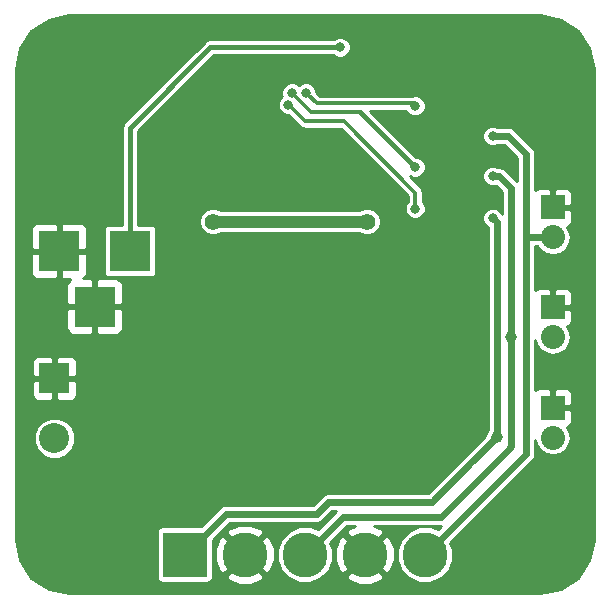
<source format=gbl>
G04 #@! TF.FileFunction,Copper,L2,Bot,Signal*
%FSLAX46Y46*%
G04 Gerber Fmt 4.6, Leading zero omitted, Abs format (unit mm)*
G04 Created by KiCad (PCBNEW 4.0.2+dfsg1-stable) date gio 28 lug 2016 18:48:22 CEST*
%MOMM*%
G01*
G04 APERTURE LIST*
%ADD10C,0.100000*%
%ADD11R,3.500120X3.500120*%
%ADD12C,3.810000*%
%ADD13R,3.810000X3.810000*%
%ADD14R,2.540000X2.540000*%
%ADD15C,2.540000*%
%ADD16R,2.032000X2.032000*%
%ADD17O,2.032000X2.032000*%
%ADD18C,6.400000*%
%ADD19C,1.400000*%
%ADD20C,0.700000*%
%ADD21C,0.800000*%
%ADD22C,1.000000*%
%ADD23C,1.000000*%
%ADD24C,0.350000*%
%ADD25C,0.600000*%
%ADD26C,0.250000*%
%ADD27C,0.400000*%
%ADD28C,0.500000*%
%ADD29C,0.254000*%
G04 APERTURE END LIST*
D10*
D11*
X114200140Y-100500000D03*
X108200660Y-100500000D03*
X111200400Y-105199000D03*
D12*
X123920000Y-126200000D03*
X129000000Y-126200000D03*
D13*
X118840000Y-126200000D03*
D12*
X134080000Y-126200000D03*
X139160000Y-126200000D03*
D14*
X107800000Y-111260000D03*
D15*
X107800000Y-116340000D03*
D16*
X150000000Y-105250000D03*
D17*
X150000000Y-107790000D03*
D16*
X150000000Y-113750000D03*
D17*
X150000000Y-116290000D03*
D16*
X150000000Y-96800000D03*
D17*
X150000000Y-99340000D03*
D18*
X109000000Y-85000000D03*
X109000000Y-125000000D03*
X149000000Y-125000000D03*
X149000000Y-85000000D03*
D19*
X134250000Y-98000000D03*
X121250000Y-98000000D03*
D20*
X130100000Y-93900000D03*
X129000000Y-92200000D03*
X129000000Y-93800000D03*
X128200000Y-93000000D03*
X129800000Y-93000000D03*
X127900000Y-92100000D03*
X127900000Y-93900000D03*
X129000000Y-93000000D03*
X130100000Y-92100000D03*
D21*
X144900000Y-94150000D03*
D22*
X146450000Y-107800000D03*
D21*
X127900000Y-87100000D03*
X138350000Y-93400000D03*
X144900000Y-97700000D03*
D22*
X145250000Y-116250000D03*
D21*
X138350000Y-96900000D03*
X127600000Y-88100000D03*
X144900000Y-90750000D03*
X138350000Y-88200000D03*
X129100000Y-87100000D03*
X132000000Y-83250000D03*
D23*
X121250000Y-98000000D02*
X134250000Y-98000000D01*
D24*
X129000000Y-93000000D02*
X129900000Y-93900000D01*
X129900000Y-93900000D02*
X130100000Y-93900000D01*
X129000000Y-93000000D02*
X129000000Y-92200000D01*
X129000000Y-93000000D02*
X129000000Y-93800000D01*
X129000000Y-93000000D02*
X128200000Y-93000000D01*
X129000000Y-93000000D02*
X129800000Y-93000000D01*
X129000000Y-93000000D02*
X128100000Y-92100000D01*
X128100000Y-92100000D02*
X127900000Y-92100000D01*
X129000000Y-93000000D02*
X128100000Y-93900000D01*
X128100000Y-93900000D02*
X127900000Y-93900000D01*
X129000000Y-93000000D02*
X129900000Y-92100000D01*
X129900000Y-92100000D02*
X130100000Y-92100000D01*
D25*
X146500000Y-95200000D02*
X145450000Y-94150000D01*
X146500000Y-97500000D02*
X146500000Y-96800000D01*
X146500000Y-107800000D02*
X146500000Y-97500000D01*
X146500000Y-96800000D02*
X146500000Y-95200000D01*
X145450000Y-94150000D02*
X144900000Y-94150000D01*
X146450000Y-107800000D02*
X146500000Y-107800000D01*
X146500000Y-107800000D02*
X146450000Y-107800000D01*
X146450000Y-107800000D02*
X146500000Y-107800000D01*
X146500000Y-110600000D02*
X146500000Y-107800000D01*
X146500000Y-117000000D02*
X146500000Y-110600000D01*
X129000000Y-126250000D02*
X132250000Y-123000000D01*
X132250000Y-123000000D02*
X139750000Y-123000000D01*
X139750000Y-123000000D02*
X140500000Y-123000000D01*
X140500000Y-123000000D02*
X146250000Y-117250000D01*
X146250000Y-117250000D02*
X146500000Y-117000000D01*
D26*
X129000000Y-126250000D02*
X129000000Y-125250000D01*
D27*
X133700000Y-88750000D02*
X138350000Y-93400000D01*
D24*
X132250000Y-88750000D02*
X133700000Y-88750000D01*
X129550000Y-88750000D02*
X132250000Y-88750000D01*
X127900000Y-87100000D02*
X129550000Y-88750000D01*
D25*
X145250000Y-99150000D02*
X145250000Y-98050000D01*
X145250000Y-101750000D02*
X145250000Y-99150000D01*
X145250000Y-113000000D02*
X145250000Y-101750000D01*
X145250000Y-116250000D02*
X145250000Y-113000000D01*
X145250000Y-98050000D02*
X144900000Y-97700000D01*
D26*
X149870000Y-115540000D02*
X150000000Y-115540000D01*
D25*
X118840000Y-126250000D02*
X122340000Y-122750000D01*
X143100000Y-118400000D02*
X145250000Y-116250000D01*
X122340000Y-122750000D02*
X130000000Y-122750000D01*
X130000000Y-122750000D02*
X131000000Y-121750000D01*
X131000000Y-121750000D02*
X139750000Y-121750000D01*
X139750000Y-121750000D02*
X143100000Y-118400000D01*
D24*
X132300000Y-89500000D02*
X138350000Y-95550000D01*
X129050000Y-89500000D02*
X131750000Y-89500000D01*
X127650000Y-88100000D02*
X129050000Y-89500000D01*
X131750000Y-89500000D02*
X132300000Y-89500000D01*
X138350000Y-95550000D02*
X138350000Y-96900000D01*
X127600000Y-88100000D02*
X127650000Y-88100000D01*
D25*
X147750000Y-92300000D02*
X146200000Y-90750000D01*
X147750000Y-95150000D02*
X147750000Y-92300000D01*
X146200000Y-90750000D02*
X144900000Y-90750000D01*
X147750000Y-95100000D02*
X147750000Y-95150000D01*
X147750000Y-95150000D02*
X147750000Y-99300000D01*
X147750000Y-99300000D02*
X149960000Y-99300000D01*
D28*
X149960000Y-99300000D02*
X150000000Y-99340000D01*
D25*
X147750000Y-99300000D02*
X147750000Y-117660000D01*
X147750000Y-117660000D02*
X139160000Y-126250000D01*
D24*
X137600000Y-88000000D02*
X138150000Y-88000000D01*
X130000000Y-88000000D02*
X133000000Y-88000000D01*
X129250000Y-87250000D02*
X130000000Y-88000000D01*
X137600000Y-88000000D02*
X133000000Y-88000000D01*
X138150000Y-88000000D02*
X138350000Y-88200000D01*
X129250000Y-87250000D02*
X129100000Y-87100000D01*
D27*
X132000000Y-83250000D02*
X121000000Y-83250000D01*
X121000000Y-83250000D02*
X114200140Y-90049860D01*
X114200140Y-90049860D02*
X114200140Y-100500000D01*
D29*
G36*
X150698037Y-80900574D02*
X152137563Y-81862435D01*
X153099426Y-83301963D01*
X153448000Y-85054365D01*
X153448000Y-124945635D01*
X153099426Y-126698037D01*
X152137563Y-128137565D01*
X150698037Y-129099426D01*
X148945635Y-129448000D01*
X109054365Y-129448000D01*
X107301963Y-129099426D01*
X105862435Y-128137563D01*
X104900574Y-126698037D01*
X104552000Y-124945635D01*
X104552000Y-124295000D01*
X116448656Y-124295000D01*
X116448656Y-128105000D01*
X116481917Y-128281765D01*
X116586385Y-128444113D01*
X116745785Y-128553027D01*
X116935000Y-128591344D01*
X120745000Y-128591344D01*
X120921765Y-128558083D01*
X121084113Y-128453615D01*
X121193027Y-128294215D01*
X121231344Y-128105000D01*
X121231344Y-128006440D01*
X122293165Y-128006440D01*
X122502353Y-128367289D01*
X123439650Y-128744824D01*
X124450077Y-128734933D01*
X125337647Y-128367289D01*
X125546835Y-128006440D01*
X123920000Y-126379605D01*
X122293165Y-128006440D01*
X121231344Y-128006440D01*
X121231344Y-125719650D01*
X121375176Y-125719650D01*
X121385067Y-126730077D01*
X121752711Y-127617647D01*
X122113560Y-127826835D01*
X123740395Y-126200000D01*
X124099605Y-126200000D01*
X125726440Y-127826835D01*
X126087289Y-127617647D01*
X126464824Y-126680350D01*
X126454933Y-125669923D01*
X126087289Y-124782353D01*
X125726440Y-124573165D01*
X124099605Y-126200000D01*
X123740395Y-126200000D01*
X122113560Y-124573165D01*
X121752711Y-124782353D01*
X121375176Y-125719650D01*
X121231344Y-125719650D01*
X121231344Y-124957500D01*
X121795284Y-124393560D01*
X122293165Y-124393560D01*
X123920000Y-126020395D01*
X125546835Y-124393560D01*
X125337647Y-124032711D01*
X124400350Y-123655176D01*
X123389923Y-123665067D01*
X122502353Y-124032711D01*
X122293165Y-124393560D01*
X121795284Y-124393560D01*
X122661844Y-123527000D01*
X130000000Y-123527000D01*
X130297345Y-123467854D01*
X130549422Y-123299422D01*
X131321844Y-122527000D01*
X131624156Y-122527000D01*
X130081337Y-124069819D01*
X129475888Y-123818415D01*
X128528270Y-123817588D01*
X127652468Y-124179461D01*
X126981816Y-124848944D01*
X126618415Y-125724112D01*
X126617588Y-126671730D01*
X126979461Y-127547532D01*
X127648944Y-128218184D01*
X128524112Y-128581585D01*
X129471730Y-128582412D01*
X130347532Y-128220539D01*
X130562004Y-128006440D01*
X132453165Y-128006440D01*
X132662353Y-128367289D01*
X133599650Y-128744824D01*
X134610077Y-128734933D01*
X135497647Y-128367289D01*
X135706835Y-128006440D01*
X134080000Y-126379605D01*
X132453165Y-128006440D01*
X130562004Y-128006440D01*
X131018184Y-127551056D01*
X131381585Y-126675888D01*
X131382412Y-125728270D01*
X131378851Y-125719650D01*
X131535176Y-125719650D01*
X131545067Y-126730077D01*
X131912711Y-127617647D01*
X132273560Y-127826835D01*
X133900395Y-126200000D01*
X134259605Y-126200000D01*
X135886440Y-127826835D01*
X136247289Y-127617647D01*
X136624824Y-126680350D01*
X136614933Y-125669923D01*
X136247289Y-124782353D01*
X135886440Y-124573165D01*
X134259605Y-126200000D01*
X133900395Y-126200000D01*
X132273560Y-124573165D01*
X131912711Y-124782353D01*
X131535176Y-125719650D01*
X131378851Y-125719650D01*
X131159665Y-125189179D01*
X132571844Y-123777000D01*
X133279693Y-123777000D01*
X132662353Y-124032711D01*
X132453165Y-124393560D01*
X134080000Y-126020395D01*
X135706835Y-124393560D01*
X135497647Y-124032711D01*
X134862799Y-123777000D01*
X140500000Y-123777000D01*
X140542637Y-123768519D01*
X140241337Y-124069819D01*
X139635888Y-123818415D01*
X138688270Y-123817588D01*
X137812468Y-124179461D01*
X137141816Y-124848944D01*
X136778415Y-125724112D01*
X136777588Y-126671730D01*
X137139461Y-127547532D01*
X137808944Y-128218184D01*
X138684112Y-128581585D01*
X139631730Y-128582412D01*
X140507532Y-128220539D01*
X141178184Y-127551056D01*
X141541585Y-126675888D01*
X141542412Y-125728270D01*
X141319665Y-125189179D01*
X148299422Y-118209422D01*
X148467854Y-117957345D01*
X148527000Y-117660000D01*
X148527000Y-116537596D01*
X148591398Y-116861346D01*
X148915040Y-117345710D01*
X149399404Y-117669352D01*
X149970750Y-117783000D01*
X150029250Y-117783000D01*
X150600596Y-117669352D01*
X151084960Y-117345710D01*
X151408602Y-116861346D01*
X151522250Y-116290000D01*
X151408602Y-115718654D01*
X151184637Y-115383467D01*
X151375698Y-115304327D01*
X151554327Y-115125699D01*
X151651000Y-114892310D01*
X151651000Y-114035750D01*
X151492250Y-113877000D01*
X150127000Y-113877000D01*
X150127000Y-113897000D01*
X149873000Y-113897000D01*
X149873000Y-113877000D01*
X149853000Y-113877000D01*
X149853000Y-113623000D01*
X149873000Y-113623000D01*
X149873000Y-112257750D01*
X150127000Y-112257750D01*
X150127000Y-113623000D01*
X151492250Y-113623000D01*
X151651000Y-113464250D01*
X151651000Y-112607690D01*
X151554327Y-112374301D01*
X151375698Y-112195673D01*
X151142309Y-112099000D01*
X150285750Y-112099000D01*
X150127000Y-112257750D01*
X149873000Y-112257750D01*
X149714250Y-112099000D01*
X148857691Y-112099000D01*
X148624302Y-112195673D01*
X148527000Y-112292974D01*
X148527000Y-108037596D01*
X148591398Y-108361346D01*
X148915040Y-108845710D01*
X149399404Y-109169352D01*
X149970750Y-109283000D01*
X150029250Y-109283000D01*
X150600596Y-109169352D01*
X151084960Y-108845710D01*
X151408602Y-108361346D01*
X151522250Y-107790000D01*
X151408602Y-107218654D01*
X151184637Y-106883467D01*
X151375698Y-106804327D01*
X151554327Y-106625699D01*
X151651000Y-106392310D01*
X151651000Y-105535750D01*
X151492250Y-105377000D01*
X150127000Y-105377000D01*
X150127000Y-105397000D01*
X149873000Y-105397000D01*
X149873000Y-105377000D01*
X149853000Y-105377000D01*
X149853000Y-105123000D01*
X149873000Y-105123000D01*
X149873000Y-103757750D01*
X150127000Y-103757750D01*
X150127000Y-105123000D01*
X151492250Y-105123000D01*
X151651000Y-104964250D01*
X151651000Y-104107690D01*
X151554327Y-103874301D01*
X151375698Y-103695673D01*
X151142309Y-103599000D01*
X150285750Y-103599000D01*
X150127000Y-103757750D01*
X149873000Y-103757750D01*
X149714250Y-103599000D01*
X148857691Y-103599000D01*
X148624302Y-103695673D01*
X148527000Y-103792974D01*
X148527000Y-100077000D01*
X148702085Y-100077000D01*
X148915040Y-100395710D01*
X149399404Y-100719352D01*
X149970750Y-100833000D01*
X150029250Y-100833000D01*
X150600596Y-100719352D01*
X151084960Y-100395710D01*
X151408602Y-99911346D01*
X151522250Y-99340000D01*
X151408602Y-98768654D01*
X151184637Y-98433467D01*
X151375698Y-98354327D01*
X151554327Y-98175699D01*
X151651000Y-97942310D01*
X151651000Y-97085750D01*
X151492250Y-96927000D01*
X150127000Y-96927000D01*
X150127000Y-96947000D01*
X149873000Y-96947000D01*
X149873000Y-96927000D01*
X149853000Y-96927000D01*
X149853000Y-96673000D01*
X149873000Y-96673000D01*
X149873000Y-95307750D01*
X150127000Y-95307750D01*
X150127000Y-96673000D01*
X151492250Y-96673000D01*
X151651000Y-96514250D01*
X151651000Y-95657690D01*
X151554327Y-95424301D01*
X151375698Y-95245673D01*
X151142309Y-95149000D01*
X150285750Y-95149000D01*
X150127000Y-95307750D01*
X149873000Y-95307750D01*
X149714250Y-95149000D01*
X148857691Y-95149000D01*
X148624302Y-95245673D01*
X148527000Y-95342974D01*
X148527000Y-92300000D01*
X148467854Y-92002655D01*
X148299422Y-91750578D01*
X146749422Y-90200578D01*
X146497345Y-90032146D01*
X146200000Y-89973000D01*
X145315670Y-89973000D01*
X145075211Y-89873153D01*
X144726319Y-89872849D01*
X144403869Y-90006082D01*
X144156949Y-90252571D01*
X144023153Y-90574789D01*
X144022849Y-90923681D01*
X144156082Y-91246131D01*
X144402571Y-91493051D01*
X144724789Y-91626847D01*
X145073681Y-91627151D01*
X145316066Y-91527000D01*
X145878156Y-91527000D01*
X146973000Y-92621844D01*
X146973000Y-94574156D01*
X145999422Y-93600578D01*
X145747345Y-93432146D01*
X145450000Y-93373000D01*
X145315670Y-93373000D01*
X145075211Y-93273153D01*
X144726319Y-93272849D01*
X144403869Y-93406082D01*
X144156949Y-93652571D01*
X144023153Y-93974789D01*
X144022849Y-94323681D01*
X144156082Y-94646131D01*
X144402571Y-94893051D01*
X144724789Y-95026847D01*
X145073681Y-95027151D01*
X145183097Y-94981941D01*
X145723000Y-95521844D01*
X145723000Y-97395263D01*
X145643918Y-97203869D01*
X145397429Y-96956949D01*
X145075211Y-96823153D01*
X144726319Y-96822849D01*
X144403869Y-96956082D01*
X144156949Y-97202571D01*
X144023153Y-97524789D01*
X144022849Y-97873681D01*
X144156082Y-98196131D01*
X144402571Y-98443051D01*
X144473000Y-98472296D01*
X144473000Y-115645162D01*
X144422222Y-115695851D01*
X144273170Y-116054810D01*
X144273106Y-116128050D01*
X139428156Y-120973000D01*
X131000000Y-120973000D01*
X130702655Y-121032146D01*
X130450578Y-121200578D01*
X129678156Y-121973000D01*
X122340000Y-121973000D01*
X122042655Y-122032146D01*
X121790578Y-122200578D01*
X120182500Y-123808656D01*
X116935000Y-123808656D01*
X116758235Y-123841917D01*
X116595887Y-123946385D01*
X116486973Y-124105785D01*
X116448656Y-124295000D01*
X104552000Y-124295000D01*
X104552000Y-116685975D01*
X106052697Y-116685975D01*
X106318102Y-117328303D01*
X106809112Y-117820171D01*
X107450976Y-118086696D01*
X108145975Y-118087303D01*
X108788303Y-117821898D01*
X109280171Y-117330888D01*
X109546696Y-116689024D01*
X109547303Y-115994025D01*
X109281898Y-115351697D01*
X108790888Y-114859829D01*
X108149024Y-114593304D01*
X107454025Y-114592697D01*
X106811697Y-114858102D01*
X106319829Y-115349112D01*
X106053304Y-115990976D01*
X106052697Y-116685975D01*
X104552000Y-116685975D01*
X104552000Y-111545750D01*
X105895000Y-111545750D01*
X105895000Y-112656309D01*
X105991673Y-112889698D01*
X106170301Y-113068327D01*
X106403690Y-113165000D01*
X107514250Y-113165000D01*
X107673000Y-113006250D01*
X107673000Y-111387000D01*
X107927000Y-111387000D01*
X107927000Y-113006250D01*
X108085750Y-113165000D01*
X109196310Y-113165000D01*
X109429699Y-113068327D01*
X109608327Y-112889698D01*
X109705000Y-112656309D01*
X109705000Y-111545750D01*
X109546250Y-111387000D01*
X107927000Y-111387000D01*
X107673000Y-111387000D01*
X106053750Y-111387000D01*
X105895000Y-111545750D01*
X104552000Y-111545750D01*
X104552000Y-109863691D01*
X105895000Y-109863691D01*
X105895000Y-110974250D01*
X106053750Y-111133000D01*
X107673000Y-111133000D01*
X107673000Y-109513750D01*
X107927000Y-109513750D01*
X107927000Y-111133000D01*
X109546250Y-111133000D01*
X109705000Y-110974250D01*
X109705000Y-109863691D01*
X109608327Y-109630302D01*
X109429699Y-109451673D01*
X109196310Y-109355000D01*
X108085750Y-109355000D01*
X107927000Y-109513750D01*
X107673000Y-109513750D01*
X107514250Y-109355000D01*
X106403690Y-109355000D01*
X106170301Y-109451673D01*
X105991673Y-109630302D01*
X105895000Y-109863691D01*
X104552000Y-109863691D01*
X104552000Y-105484750D01*
X108815340Y-105484750D01*
X108815340Y-107075370D01*
X108912013Y-107308759D01*
X109090642Y-107487387D01*
X109324031Y-107584060D01*
X110914650Y-107584060D01*
X111073400Y-107425310D01*
X111073400Y-105326000D01*
X111327400Y-105326000D01*
X111327400Y-107425310D01*
X111486150Y-107584060D01*
X113076769Y-107584060D01*
X113310158Y-107487387D01*
X113488787Y-107308759D01*
X113585460Y-107075370D01*
X113585460Y-105484750D01*
X113426710Y-105326000D01*
X111327400Y-105326000D01*
X111073400Y-105326000D01*
X108974090Y-105326000D01*
X108815340Y-105484750D01*
X104552000Y-105484750D01*
X104552000Y-100785750D01*
X105815600Y-100785750D01*
X105815600Y-102376370D01*
X105912273Y-102609759D01*
X106090902Y-102788387D01*
X106324291Y-102885060D01*
X107914910Y-102885060D01*
X108073660Y-102726310D01*
X108073660Y-100627000D01*
X108327660Y-100627000D01*
X108327660Y-102726310D01*
X108486410Y-102885060D01*
X109152332Y-102885060D01*
X109090642Y-102910613D01*
X108912013Y-103089241D01*
X108815340Y-103322630D01*
X108815340Y-104913250D01*
X108974090Y-105072000D01*
X111073400Y-105072000D01*
X111073400Y-102972690D01*
X111327400Y-102972690D01*
X111327400Y-105072000D01*
X113426710Y-105072000D01*
X113585460Y-104913250D01*
X113585460Y-103322630D01*
X113488787Y-103089241D01*
X113310158Y-102910613D01*
X113076769Y-102813940D01*
X111486150Y-102813940D01*
X111327400Y-102972690D01*
X111073400Y-102972690D01*
X110914650Y-102813940D01*
X110248728Y-102813940D01*
X110310418Y-102788387D01*
X110489047Y-102609759D01*
X110585720Y-102376370D01*
X110585720Y-100785750D01*
X110426970Y-100627000D01*
X108327660Y-100627000D01*
X108073660Y-100627000D01*
X105974350Y-100627000D01*
X105815600Y-100785750D01*
X104552000Y-100785750D01*
X104552000Y-98623630D01*
X105815600Y-98623630D01*
X105815600Y-100214250D01*
X105974350Y-100373000D01*
X108073660Y-100373000D01*
X108073660Y-98273690D01*
X108327660Y-98273690D01*
X108327660Y-100373000D01*
X110426970Y-100373000D01*
X110585720Y-100214250D01*
X110585720Y-98749940D01*
X111963736Y-98749940D01*
X111963736Y-102250060D01*
X111996997Y-102426825D01*
X112101465Y-102589173D01*
X112260865Y-102698087D01*
X112450080Y-102736404D01*
X115950200Y-102736404D01*
X116126965Y-102703143D01*
X116289313Y-102598675D01*
X116398227Y-102439275D01*
X116436544Y-102250060D01*
X116436544Y-98749940D01*
X116403283Y-98573175D01*
X116298815Y-98410827D01*
X116139415Y-98301913D01*
X115950200Y-98263596D01*
X114877140Y-98263596D01*
X114877140Y-98233093D01*
X120072796Y-98233093D01*
X120251606Y-98665846D01*
X120582412Y-98997230D01*
X121014853Y-99176795D01*
X121483093Y-99177204D01*
X121915846Y-98998394D01*
X121937277Y-98977000D01*
X133562217Y-98977000D01*
X133582412Y-98997230D01*
X134014853Y-99176795D01*
X134483093Y-99177204D01*
X134915846Y-98998394D01*
X135247230Y-98667588D01*
X135426795Y-98235147D01*
X135427204Y-97766907D01*
X135248394Y-97334154D01*
X134917588Y-97002770D01*
X134485147Y-96823205D01*
X134016907Y-96822796D01*
X133584154Y-97001606D01*
X133562723Y-97023000D01*
X121937783Y-97023000D01*
X121917588Y-97002770D01*
X121485147Y-96823205D01*
X121016907Y-96822796D01*
X120584154Y-97001606D01*
X120252770Y-97332412D01*
X120073205Y-97764853D01*
X120072796Y-98233093D01*
X114877140Y-98233093D01*
X114877140Y-90330282D01*
X116933741Y-88273681D01*
X126722849Y-88273681D01*
X126856082Y-88596131D01*
X127102571Y-88843051D01*
X127424789Y-88976847D01*
X127604936Y-88977004D01*
X128588966Y-89961034D01*
X128800490Y-90102369D01*
X128841887Y-90110604D01*
X129050000Y-90152001D01*
X129050005Y-90152000D01*
X132029932Y-90152000D01*
X137698000Y-95820068D01*
X137698000Y-96311679D01*
X137606949Y-96402571D01*
X137473153Y-96724789D01*
X137472849Y-97073681D01*
X137606082Y-97396131D01*
X137852571Y-97643051D01*
X138174789Y-97776847D01*
X138523681Y-97777151D01*
X138846131Y-97643918D01*
X139093051Y-97397429D01*
X139226847Y-97075211D01*
X139227151Y-96726319D01*
X139093918Y-96403869D01*
X139002000Y-96311790D01*
X139002000Y-95550000D01*
X138952369Y-95300490D01*
X138811034Y-95088966D01*
X137874029Y-94151961D01*
X138174789Y-94276847D01*
X138523681Y-94277151D01*
X138846131Y-94143918D01*
X139093051Y-93897429D01*
X139226847Y-93575211D01*
X139227151Y-93226319D01*
X139093918Y-92903869D01*
X138847429Y-92656949D01*
X138525211Y-92523153D01*
X138430492Y-92523070D01*
X134559422Y-88652000D01*
X137587848Y-88652000D01*
X137606082Y-88696131D01*
X137852571Y-88943051D01*
X138174789Y-89076847D01*
X138523681Y-89077151D01*
X138846131Y-88943918D01*
X139093051Y-88697429D01*
X139226847Y-88375211D01*
X139227151Y-88026319D01*
X139093918Y-87703869D01*
X138847429Y-87456949D01*
X138525211Y-87323153D01*
X138176319Y-87322849D01*
X138115449Y-87348000D01*
X130270067Y-87348000D01*
X129977039Y-87054971D01*
X129977151Y-86926319D01*
X129843918Y-86603869D01*
X129597429Y-86356949D01*
X129275211Y-86223153D01*
X128926319Y-86222849D01*
X128603869Y-86356082D01*
X128500035Y-86459735D01*
X128397429Y-86356949D01*
X128075211Y-86223153D01*
X127726319Y-86222849D01*
X127403869Y-86356082D01*
X127156949Y-86602571D01*
X127023153Y-86924789D01*
X127022849Y-87273681D01*
X127070613Y-87389280D01*
X126856949Y-87602571D01*
X126723153Y-87924789D01*
X126722849Y-88273681D01*
X116933741Y-88273681D01*
X121280422Y-83927000D01*
X131436635Y-83927000D01*
X131502571Y-83993051D01*
X131824789Y-84126847D01*
X132173681Y-84127151D01*
X132496131Y-83993918D01*
X132743051Y-83747429D01*
X132876847Y-83425211D01*
X132877151Y-83076319D01*
X132743918Y-82753869D01*
X132497429Y-82506949D01*
X132175211Y-82373153D01*
X131826319Y-82372849D01*
X131503869Y-82506082D01*
X131436834Y-82573000D01*
X121000000Y-82573000D01*
X120740923Y-82624534D01*
X120547360Y-82753869D01*
X120521289Y-82771289D01*
X113721429Y-89571149D01*
X113574674Y-89790783D01*
X113523140Y-90049860D01*
X113523140Y-98263596D01*
X112450080Y-98263596D01*
X112273315Y-98296857D01*
X112110967Y-98401325D01*
X112002053Y-98560725D01*
X111963736Y-98749940D01*
X110585720Y-98749940D01*
X110585720Y-98623630D01*
X110489047Y-98390241D01*
X110310418Y-98211613D01*
X110077029Y-98114940D01*
X108486410Y-98114940D01*
X108327660Y-98273690D01*
X108073660Y-98273690D01*
X107914910Y-98114940D01*
X106324291Y-98114940D01*
X106090902Y-98211613D01*
X105912273Y-98390241D01*
X105815600Y-98623630D01*
X104552000Y-98623630D01*
X104552000Y-85054365D01*
X104900574Y-83301963D01*
X105862435Y-81862437D01*
X107301963Y-80900574D01*
X109054365Y-80552000D01*
X148945635Y-80552000D01*
X150698037Y-80900574D01*
X150698037Y-80900574D01*
G37*
X150698037Y-80900574D02*
X152137563Y-81862435D01*
X153099426Y-83301963D01*
X153448000Y-85054365D01*
X153448000Y-124945635D01*
X153099426Y-126698037D01*
X152137563Y-128137565D01*
X150698037Y-129099426D01*
X148945635Y-129448000D01*
X109054365Y-129448000D01*
X107301963Y-129099426D01*
X105862435Y-128137563D01*
X104900574Y-126698037D01*
X104552000Y-124945635D01*
X104552000Y-124295000D01*
X116448656Y-124295000D01*
X116448656Y-128105000D01*
X116481917Y-128281765D01*
X116586385Y-128444113D01*
X116745785Y-128553027D01*
X116935000Y-128591344D01*
X120745000Y-128591344D01*
X120921765Y-128558083D01*
X121084113Y-128453615D01*
X121193027Y-128294215D01*
X121231344Y-128105000D01*
X121231344Y-128006440D01*
X122293165Y-128006440D01*
X122502353Y-128367289D01*
X123439650Y-128744824D01*
X124450077Y-128734933D01*
X125337647Y-128367289D01*
X125546835Y-128006440D01*
X123920000Y-126379605D01*
X122293165Y-128006440D01*
X121231344Y-128006440D01*
X121231344Y-125719650D01*
X121375176Y-125719650D01*
X121385067Y-126730077D01*
X121752711Y-127617647D01*
X122113560Y-127826835D01*
X123740395Y-126200000D01*
X124099605Y-126200000D01*
X125726440Y-127826835D01*
X126087289Y-127617647D01*
X126464824Y-126680350D01*
X126454933Y-125669923D01*
X126087289Y-124782353D01*
X125726440Y-124573165D01*
X124099605Y-126200000D01*
X123740395Y-126200000D01*
X122113560Y-124573165D01*
X121752711Y-124782353D01*
X121375176Y-125719650D01*
X121231344Y-125719650D01*
X121231344Y-124957500D01*
X121795284Y-124393560D01*
X122293165Y-124393560D01*
X123920000Y-126020395D01*
X125546835Y-124393560D01*
X125337647Y-124032711D01*
X124400350Y-123655176D01*
X123389923Y-123665067D01*
X122502353Y-124032711D01*
X122293165Y-124393560D01*
X121795284Y-124393560D01*
X122661844Y-123527000D01*
X130000000Y-123527000D01*
X130297345Y-123467854D01*
X130549422Y-123299422D01*
X131321844Y-122527000D01*
X131624156Y-122527000D01*
X130081337Y-124069819D01*
X129475888Y-123818415D01*
X128528270Y-123817588D01*
X127652468Y-124179461D01*
X126981816Y-124848944D01*
X126618415Y-125724112D01*
X126617588Y-126671730D01*
X126979461Y-127547532D01*
X127648944Y-128218184D01*
X128524112Y-128581585D01*
X129471730Y-128582412D01*
X130347532Y-128220539D01*
X130562004Y-128006440D01*
X132453165Y-128006440D01*
X132662353Y-128367289D01*
X133599650Y-128744824D01*
X134610077Y-128734933D01*
X135497647Y-128367289D01*
X135706835Y-128006440D01*
X134080000Y-126379605D01*
X132453165Y-128006440D01*
X130562004Y-128006440D01*
X131018184Y-127551056D01*
X131381585Y-126675888D01*
X131382412Y-125728270D01*
X131378851Y-125719650D01*
X131535176Y-125719650D01*
X131545067Y-126730077D01*
X131912711Y-127617647D01*
X132273560Y-127826835D01*
X133900395Y-126200000D01*
X134259605Y-126200000D01*
X135886440Y-127826835D01*
X136247289Y-127617647D01*
X136624824Y-126680350D01*
X136614933Y-125669923D01*
X136247289Y-124782353D01*
X135886440Y-124573165D01*
X134259605Y-126200000D01*
X133900395Y-126200000D01*
X132273560Y-124573165D01*
X131912711Y-124782353D01*
X131535176Y-125719650D01*
X131378851Y-125719650D01*
X131159665Y-125189179D01*
X132571844Y-123777000D01*
X133279693Y-123777000D01*
X132662353Y-124032711D01*
X132453165Y-124393560D01*
X134080000Y-126020395D01*
X135706835Y-124393560D01*
X135497647Y-124032711D01*
X134862799Y-123777000D01*
X140500000Y-123777000D01*
X140542637Y-123768519D01*
X140241337Y-124069819D01*
X139635888Y-123818415D01*
X138688270Y-123817588D01*
X137812468Y-124179461D01*
X137141816Y-124848944D01*
X136778415Y-125724112D01*
X136777588Y-126671730D01*
X137139461Y-127547532D01*
X137808944Y-128218184D01*
X138684112Y-128581585D01*
X139631730Y-128582412D01*
X140507532Y-128220539D01*
X141178184Y-127551056D01*
X141541585Y-126675888D01*
X141542412Y-125728270D01*
X141319665Y-125189179D01*
X148299422Y-118209422D01*
X148467854Y-117957345D01*
X148527000Y-117660000D01*
X148527000Y-116537596D01*
X148591398Y-116861346D01*
X148915040Y-117345710D01*
X149399404Y-117669352D01*
X149970750Y-117783000D01*
X150029250Y-117783000D01*
X150600596Y-117669352D01*
X151084960Y-117345710D01*
X151408602Y-116861346D01*
X151522250Y-116290000D01*
X151408602Y-115718654D01*
X151184637Y-115383467D01*
X151375698Y-115304327D01*
X151554327Y-115125699D01*
X151651000Y-114892310D01*
X151651000Y-114035750D01*
X151492250Y-113877000D01*
X150127000Y-113877000D01*
X150127000Y-113897000D01*
X149873000Y-113897000D01*
X149873000Y-113877000D01*
X149853000Y-113877000D01*
X149853000Y-113623000D01*
X149873000Y-113623000D01*
X149873000Y-112257750D01*
X150127000Y-112257750D01*
X150127000Y-113623000D01*
X151492250Y-113623000D01*
X151651000Y-113464250D01*
X151651000Y-112607690D01*
X151554327Y-112374301D01*
X151375698Y-112195673D01*
X151142309Y-112099000D01*
X150285750Y-112099000D01*
X150127000Y-112257750D01*
X149873000Y-112257750D01*
X149714250Y-112099000D01*
X148857691Y-112099000D01*
X148624302Y-112195673D01*
X148527000Y-112292974D01*
X148527000Y-108037596D01*
X148591398Y-108361346D01*
X148915040Y-108845710D01*
X149399404Y-109169352D01*
X149970750Y-109283000D01*
X150029250Y-109283000D01*
X150600596Y-109169352D01*
X151084960Y-108845710D01*
X151408602Y-108361346D01*
X151522250Y-107790000D01*
X151408602Y-107218654D01*
X151184637Y-106883467D01*
X151375698Y-106804327D01*
X151554327Y-106625699D01*
X151651000Y-106392310D01*
X151651000Y-105535750D01*
X151492250Y-105377000D01*
X150127000Y-105377000D01*
X150127000Y-105397000D01*
X149873000Y-105397000D01*
X149873000Y-105377000D01*
X149853000Y-105377000D01*
X149853000Y-105123000D01*
X149873000Y-105123000D01*
X149873000Y-103757750D01*
X150127000Y-103757750D01*
X150127000Y-105123000D01*
X151492250Y-105123000D01*
X151651000Y-104964250D01*
X151651000Y-104107690D01*
X151554327Y-103874301D01*
X151375698Y-103695673D01*
X151142309Y-103599000D01*
X150285750Y-103599000D01*
X150127000Y-103757750D01*
X149873000Y-103757750D01*
X149714250Y-103599000D01*
X148857691Y-103599000D01*
X148624302Y-103695673D01*
X148527000Y-103792974D01*
X148527000Y-100077000D01*
X148702085Y-100077000D01*
X148915040Y-100395710D01*
X149399404Y-100719352D01*
X149970750Y-100833000D01*
X150029250Y-100833000D01*
X150600596Y-100719352D01*
X151084960Y-100395710D01*
X151408602Y-99911346D01*
X151522250Y-99340000D01*
X151408602Y-98768654D01*
X151184637Y-98433467D01*
X151375698Y-98354327D01*
X151554327Y-98175699D01*
X151651000Y-97942310D01*
X151651000Y-97085750D01*
X151492250Y-96927000D01*
X150127000Y-96927000D01*
X150127000Y-96947000D01*
X149873000Y-96947000D01*
X149873000Y-96927000D01*
X149853000Y-96927000D01*
X149853000Y-96673000D01*
X149873000Y-96673000D01*
X149873000Y-95307750D01*
X150127000Y-95307750D01*
X150127000Y-96673000D01*
X151492250Y-96673000D01*
X151651000Y-96514250D01*
X151651000Y-95657690D01*
X151554327Y-95424301D01*
X151375698Y-95245673D01*
X151142309Y-95149000D01*
X150285750Y-95149000D01*
X150127000Y-95307750D01*
X149873000Y-95307750D01*
X149714250Y-95149000D01*
X148857691Y-95149000D01*
X148624302Y-95245673D01*
X148527000Y-95342974D01*
X148527000Y-92300000D01*
X148467854Y-92002655D01*
X148299422Y-91750578D01*
X146749422Y-90200578D01*
X146497345Y-90032146D01*
X146200000Y-89973000D01*
X145315670Y-89973000D01*
X145075211Y-89873153D01*
X144726319Y-89872849D01*
X144403869Y-90006082D01*
X144156949Y-90252571D01*
X144023153Y-90574789D01*
X144022849Y-90923681D01*
X144156082Y-91246131D01*
X144402571Y-91493051D01*
X144724789Y-91626847D01*
X145073681Y-91627151D01*
X145316066Y-91527000D01*
X145878156Y-91527000D01*
X146973000Y-92621844D01*
X146973000Y-94574156D01*
X145999422Y-93600578D01*
X145747345Y-93432146D01*
X145450000Y-93373000D01*
X145315670Y-93373000D01*
X145075211Y-93273153D01*
X144726319Y-93272849D01*
X144403869Y-93406082D01*
X144156949Y-93652571D01*
X144023153Y-93974789D01*
X144022849Y-94323681D01*
X144156082Y-94646131D01*
X144402571Y-94893051D01*
X144724789Y-95026847D01*
X145073681Y-95027151D01*
X145183097Y-94981941D01*
X145723000Y-95521844D01*
X145723000Y-97395263D01*
X145643918Y-97203869D01*
X145397429Y-96956949D01*
X145075211Y-96823153D01*
X144726319Y-96822849D01*
X144403869Y-96956082D01*
X144156949Y-97202571D01*
X144023153Y-97524789D01*
X144022849Y-97873681D01*
X144156082Y-98196131D01*
X144402571Y-98443051D01*
X144473000Y-98472296D01*
X144473000Y-115645162D01*
X144422222Y-115695851D01*
X144273170Y-116054810D01*
X144273106Y-116128050D01*
X139428156Y-120973000D01*
X131000000Y-120973000D01*
X130702655Y-121032146D01*
X130450578Y-121200578D01*
X129678156Y-121973000D01*
X122340000Y-121973000D01*
X122042655Y-122032146D01*
X121790578Y-122200578D01*
X120182500Y-123808656D01*
X116935000Y-123808656D01*
X116758235Y-123841917D01*
X116595887Y-123946385D01*
X116486973Y-124105785D01*
X116448656Y-124295000D01*
X104552000Y-124295000D01*
X104552000Y-116685975D01*
X106052697Y-116685975D01*
X106318102Y-117328303D01*
X106809112Y-117820171D01*
X107450976Y-118086696D01*
X108145975Y-118087303D01*
X108788303Y-117821898D01*
X109280171Y-117330888D01*
X109546696Y-116689024D01*
X109547303Y-115994025D01*
X109281898Y-115351697D01*
X108790888Y-114859829D01*
X108149024Y-114593304D01*
X107454025Y-114592697D01*
X106811697Y-114858102D01*
X106319829Y-115349112D01*
X106053304Y-115990976D01*
X106052697Y-116685975D01*
X104552000Y-116685975D01*
X104552000Y-111545750D01*
X105895000Y-111545750D01*
X105895000Y-112656309D01*
X105991673Y-112889698D01*
X106170301Y-113068327D01*
X106403690Y-113165000D01*
X107514250Y-113165000D01*
X107673000Y-113006250D01*
X107673000Y-111387000D01*
X107927000Y-111387000D01*
X107927000Y-113006250D01*
X108085750Y-113165000D01*
X109196310Y-113165000D01*
X109429699Y-113068327D01*
X109608327Y-112889698D01*
X109705000Y-112656309D01*
X109705000Y-111545750D01*
X109546250Y-111387000D01*
X107927000Y-111387000D01*
X107673000Y-111387000D01*
X106053750Y-111387000D01*
X105895000Y-111545750D01*
X104552000Y-111545750D01*
X104552000Y-109863691D01*
X105895000Y-109863691D01*
X105895000Y-110974250D01*
X106053750Y-111133000D01*
X107673000Y-111133000D01*
X107673000Y-109513750D01*
X107927000Y-109513750D01*
X107927000Y-111133000D01*
X109546250Y-111133000D01*
X109705000Y-110974250D01*
X109705000Y-109863691D01*
X109608327Y-109630302D01*
X109429699Y-109451673D01*
X109196310Y-109355000D01*
X108085750Y-109355000D01*
X107927000Y-109513750D01*
X107673000Y-109513750D01*
X107514250Y-109355000D01*
X106403690Y-109355000D01*
X106170301Y-109451673D01*
X105991673Y-109630302D01*
X105895000Y-109863691D01*
X104552000Y-109863691D01*
X104552000Y-105484750D01*
X108815340Y-105484750D01*
X108815340Y-107075370D01*
X108912013Y-107308759D01*
X109090642Y-107487387D01*
X109324031Y-107584060D01*
X110914650Y-107584060D01*
X111073400Y-107425310D01*
X111073400Y-105326000D01*
X111327400Y-105326000D01*
X111327400Y-107425310D01*
X111486150Y-107584060D01*
X113076769Y-107584060D01*
X113310158Y-107487387D01*
X113488787Y-107308759D01*
X113585460Y-107075370D01*
X113585460Y-105484750D01*
X113426710Y-105326000D01*
X111327400Y-105326000D01*
X111073400Y-105326000D01*
X108974090Y-105326000D01*
X108815340Y-105484750D01*
X104552000Y-105484750D01*
X104552000Y-100785750D01*
X105815600Y-100785750D01*
X105815600Y-102376370D01*
X105912273Y-102609759D01*
X106090902Y-102788387D01*
X106324291Y-102885060D01*
X107914910Y-102885060D01*
X108073660Y-102726310D01*
X108073660Y-100627000D01*
X108327660Y-100627000D01*
X108327660Y-102726310D01*
X108486410Y-102885060D01*
X109152332Y-102885060D01*
X109090642Y-102910613D01*
X108912013Y-103089241D01*
X108815340Y-103322630D01*
X108815340Y-104913250D01*
X108974090Y-105072000D01*
X111073400Y-105072000D01*
X111073400Y-102972690D01*
X111327400Y-102972690D01*
X111327400Y-105072000D01*
X113426710Y-105072000D01*
X113585460Y-104913250D01*
X113585460Y-103322630D01*
X113488787Y-103089241D01*
X113310158Y-102910613D01*
X113076769Y-102813940D01*
X111486150Y-102813940D01*
X111327400Y-102972690D01*
X111073400Y-102972690D01*
X110914650Y-102813940D01*
X110248728Y-102813940D01*
X110310418Y-102788387D01*
X110489047Y-102609759D01*
X110585720Y-102376370D01*
X110585720Y-100785750D01*
X110426970Y-100627000D01*
X108327660Y-100627000D01*
X108073660Y-100627000D01*
X105974350Y-100627000D01*
X105815600Y-100785750D01*
X104552000Y-100785750D01*
X104552000Y-98623630D01*
X105815600Y-98623630D01*
X105815600Y-100214250D01*
X105974350Y-100373000D01*
X108073660Y-100373000D01*
X108073660Y-98273690D01*
X108327660Y-98273690D01*
X108327660Y-100373000D01*
X110426970Y-100373000D01*
X110585720Y-100214250D01*
X110585720Y-98749940D01*
X111963736Y-98749940D01*
X111963736Y-102250060D01*
X111996997Y-102426825D01*
X112101465Y-102589173D01*
X112260865Y-102698087D01*
X112450080Y-102736404D01*
X115950200Y-102736404D01*
X116126965Y-102703143D01*
X116289313Y-102598675D01*
X116398227Y-102439275D01*
X116436544Y-102250060D01*
X116436544Y-98749940D01*
X116403283Y-98573175D01*
X116298815Y-98410827D01*
X116139415Y-98301913D01*
X115950200Y-98263596D01*
X114877140Y-98263596D01*
X114877140Y-98233093D01*
X120072796Y-98233093D01*
X120251606Y-98665846D01*
X120582412Y-98997230D01*
X121014853Y-99176795D01*
X121483093Y-99177204D01*
X121915846Y-98998394D01*
X121937277Y-98977000D01*
X133562217Y-98977000D01*
X133582412Y-98997230D01*
X134014853Y-99176795D01*
X134483093Y-99177204D01*
X134915846Y-98998394D01*
X135247230Y-98667588D01*
X135426795Y-98235147D01*
X135427204Y-97766907D01*
X135248394Y-97334154D01*
X134917588Y-97002770D01*
X134485147Y-96823205D01*
X134016907Y-96822796D01*
X133584154Y-97001606D01*
X133562723Y-97023000D01*
X121937783Y-97023000D01*
X121917588Y-97002770D01*
X121485147Y-96823205D01*
X121016907Y-96822796D01*
X120584154Y-97001606D01*
X120252770Y-97332412D01*
X120073205Y-97764853D01*
X120072796Y-98233093D01*
X114877140Y-98233093D01*
X114877140Y-90330282D01*
X116933741Y-88273681D01*
X126722849Y-88273681D01*
X126856082Y-88596131D01*
X127102571Y-88843051D01*
X127424789Y-88976847D01*
X127604936Y-88977004D01*
X128588966Y-89961034D01*
X128800490Y-90102369D01*
X128841887Y-90110604D01*
X129050000Y-90152001D01*
X129050005Y-90152000D01*
X132029932Y-90152000D01*
X137698000Y-95820068D01*
X137698000Y-96311679D01*
X137606949Y-96402571D01*
X137473153Y-96724789D01*
X137472849Y-97073681D01*
X137606082Y-97396131D01*
X137852571Y-97643051D01*
X138174789Y-97776847D01*
X138523681Y-97777151D01*
X138846131Y-97643918D01*
X139093051Y-97397429D01*
X139226847Y-97075211D01*
X139227151Y-96726319D01*
X139093918Y-96403869D01*
X139002000Y-96311790D01*
X139002000Y-95550000D01*
X138952369Y-95300490D01*
X138811034Y-95088966D01*
X137874029Y-94151961D01*
X138174789Y-94276847D01*
X138523681Y-94277151D01*
X138846131Y-94143918D01*
X139093051Y-93897429D01*
X139226847Y-93575211D01*
X139227151Y-93226319D01*
X139093918Y-92903869D01*
X138847429Y-92656949D01*
X138525211Y-92523153D01*
X138430492Y-92523070D01*
X134559422Y-88652000D01*
X137587848Y-88652000D01*
X137606082Y-88696131D01*
X137852571Y-88943051D01*
X138174789Y-89076847D01*
X138523681Y-89077151D01*
X138846131Y-88943918D01*
X139093051Y-88697429D01*
X139226847Y-88375211D01*
X139227151Y-88026319D01*
X139093918Y-87703869D01*
X138847429Y-87456949D01*
X138525211Y-87323153D01*
X138176319Y-87322849D01*
X138115449Y-87348000D01*
X130270067Y-87348000D01*
X129977039Y-87054971D01*
X129977151Y-86926319D01*
X129843918Y-86603869D01*
X129597429Y-86356949D01*
X129275211Y-86223153D01*
X128926319Y-86222849D01*
X128603869Y-86356082D01*
X128500035Y-86459735D01*
X128397429Y-86356949D01*
X128075211Y-86223153D01*
X127726319Y-86222849D01*
X127403869Y-86356082D01*
X127156949Y-86602571D01*
X127023153Y-86924789D01*
X127022849Y-87273681D01*
X127070613Y-87389280D01*
X126856949Y-87602571D01*
X126723153Y-87924789D01*
X126722849Y-88273681D01*
X116933741Y-88273681D01*
X121280422Y-83927000D01*
X131436635Y-83927000D01*
X131502571Y-83993051D01*
X131824789Y-84126847D01*
X132173681Y-84127151D01*
X132496131Y-83993918D01*
X132743051Y-83747429D01*
X132876847Y-83425211D01*
X132877151Y-83076319D01*
X132743918Y-82753869D01*
X132497429Y-82506949D01*
X132175211Y-82373153D01*
X131826319Y-82372849D01*
X131503869Y-82506082D01*
X131436834Y-82573000D01*
X121000000Y-82573000D01*
X120740923Y-82624534D01*
X120547360Y-82753869D01*
X120521289Y-82771289D01*
X113721429Y-89571149D01*
X113574674Y-89790783D01*
X113523140Y-90049860D01*
X113523140Y-98263596D01*
X112450080Y-98263596D01*
X112273315Y-98296857D01*
X112110967Y-98401325D01*
X112002053Y-98560725D01*
X111963736Y-98749940D01*
X110585720Y-98749940D01*
X110585720Y-98623630D01*
X110489047Y-98390241D01*
X110310418Y-98211613D01*
X110077029Y-98114940D01*
X108486410Y-98114940D01*
X108327660Y-98273690D01*
X108073660Y-98273690D01*
X107914910Y-98114940D01*
X106324291Y-98114940D01*
X106090902Y-98211613D01*
X105912273Y-98390241D01*
X105815600Y-98623630D01*
X104552000Y-98623630D01*
X104552000Y-85054365D01*
X104900574Y-83301963D01*
X105862435Y-81862437D01*
X107301963Y-80900574D01*
X109054365Y-80552000D01*
X148945635Y-80552000D01*
X150698037Y-80900574D01*
M02*

</source>
